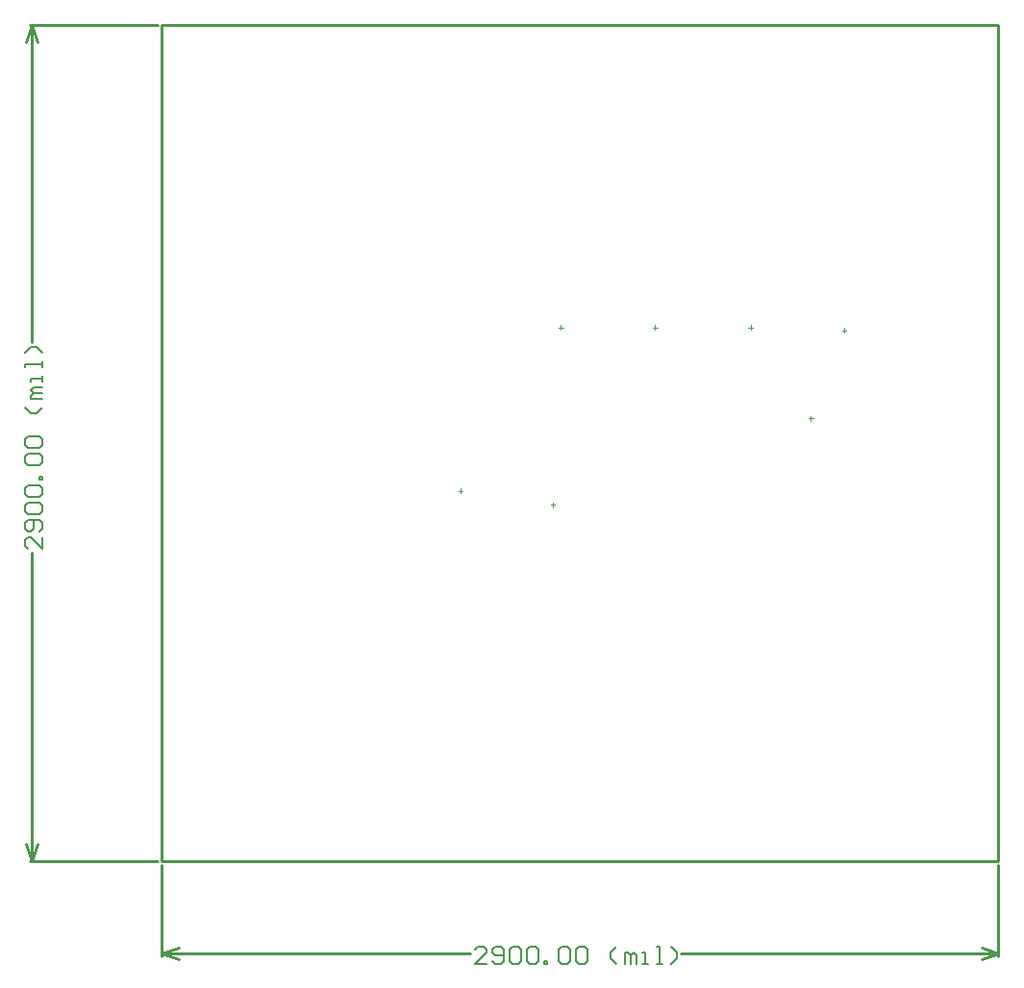
<source format=gko>
%FSLAX42Y42*%
%MOMM*%
G71*
G01*
G75*
G04 Layer_Color=16711935*
%ADD10R,1.40X1.10*%
%ADD11R,1.10X1.70*%
%ADD12R,1.80X1.30*%
%ADD13R,2.30X2.30*%
%ADD14R,2.10X1.40*%
%ADD15R,3.30X2.40*%
%ADD16R,2.55X1.85*%
%ADD17R,1.35X2.15*%
%ADD18R,1.10X1.40*%
%ADD19O,0.70X2.60*%
%ADD20C,1.27*%
%ADD21C,0.76*%
%ADD22C,1.14*%
%ADD23C,1.02*%
%ADD24C,0.89*%
%ADD25C,0.51*%
%ADD26C,0.64*%
%ADD27C,0.38*%
%ADD28C,0.25*%
%ADD29C,0.10*%
%ADD30C,0.15*%
%ADD31C,1.52*%
%ADD32C,2.97*%
%ADD33R,2.97X2.97*%
%ADD34R,1.50X1.50*%
%ADD35C,1.50*%
%ADD36C,3.23*%
%ADD37C,5.08*%
%ADD38C,1.27*%
%ADD39C,0.20*%
%ADD40C,0.60*%
%ADD41C,0.25*%
%ADD42C,0.13*%
%ADD43C,0.15*%
%ADD44R,1.65X1.35*%
%ADD45R,1.35X1.95*%
%ADD46R,2.05X1.55*%
%ADD47R,2.55X2.55*%
%ADD48R,2.35X1.65*%
%ADD49R,3.55X2.65*%
%ADD50R,2.80X2.10*%
%ADD51R,1.60X2.40*%
%ADD52R,1.35X1.65*%
%ADD53O,0.95X2.85*%
%ADD54C,1.78*%
%ADD55C,3.23*%
%ADD56R,3.23X3.23*%
%ADD57R,1.75X1.75*%
%ADD58C,1.75*%
%ADD59C,3.48*%
%ADD60C,5.33*%
D28*
X5207Y7747D02*
Y15113D01*
X12573D01*
Y7747D02*
Y15113D01*
X5207Y7747D02*
X12573D01*
X4039Y15113D02*
X5169D01*
X4039Y7747D02*
X5169D01*
X4064Y12319D02*
Y15113D01*
Y7747D02*
Y10460D01*
X4013Y14961D02*
X4064Y15113D01*
X4115Y14961D01*
X4064Y7747D02*
X4115Y7899D01*
X4013D02*
X4064Y7747D01*
X12573Y6909D02*
Y7709D01*
X5207Y6909D02*
Y7709D01*
X9779Y6934D02*
X12573D01*
X5207D02*
X7920D01*
X12421Y6985D02*
X12573Y6934D01*
X12421Y6883D02*
X12573Y6934D01*
X5207D02*
X5359Y6883D01*
X5207Y6934D02*
X5359Y6985D01*
D29*
X9530Y12446D02*
X9570D01*
X9550Y12426D02*
Y12466D01*
X11194Y12421D02*
X11234D01*
X11214Y12401D02*
Y12441D01*
X8700Y12446D02*
X8740D01*
X8720Y12426D02*
Y12466D01*
X10369Y12446D02*
X10409D01*
X10389Y12426D02*
Y12466D01*
X7816Y11007D02*
X7856D01*
X7836Y10987D02*
Y11027D01*
X10922Y11626D02*
Y11666D01*
X10902Y11646D02*
X10942D01*
X8649Y10864D02*
Y10904D01*
X8629Y10884D02*
X8669D01*
D30*
X4155Y10602D02*
Y10501D01*
X4054Y10602D01*
X4028D01*
X4003Y10577D01*
Y10526D01*
X4028Y10501D01*
X4130Y10653D02*
X4155Y10678D01*
Y10729D01*
X4130Y10755D01*
X4028D01*
X4003Y10729D01*
Y10678D01*
X4028Y10653D01*
X4054D01*
X4079Y10678D01*
Y10755D01*
X4028Y10805D02*
X4003Y10831D01*
Y10882D01*
X4028Y10907D01*
X4130D01*
X4155Y10882D01*
Y10831D01*
X4130Y10805D01*
X4028D01*
Y10958D02*
X4003Y10983D01*
Y11034D01*
X4028Y11059D01*
X4130D01*
X4155Y11034D01*
Y10983D01*
X4130Y10958D01*
X4028D01*
X4155Y11110D02*
X4130D01*
Y11135D01*
X4155D01*
Y11110D01*
X4028Y11237D02*
X4003Y11262D01*
Y11313D01*
X4028Y11339D01*
X4130D01*
X4155Y11313D01*
Y11262D01*
X4130Y11237D01*
X4028D01*
Y11389D02*
X4003Y11415D01*
Y11466D01*
X4028Y11491D01*
X4130D01*
X4155Y11466D01*
Y11415D01*
X4130Y11389D01*
X4028D01*
X4155Y11745D02*
X4105Y11694D01*
X4054D01*
X4003Y11745D01*
X4155Y11821D02*
X4054D01*
Y11846D01*
X4079Y11872D01*
X4155D01*
X4079D01*
X4054Y11897D01*
X4079Y11923D01*
X4155D01*
Y11973D02*
Y12024D01*
Y11999D01*
X4054D01*
Y11973D01*
X4155Y12100D02*
Y12151D01*
Y12126D01*
X4003D01*
Y12100D01*
X4155Y12227D02*
X4105Y12278D01*
X4054D01*
X4003Y12227D01*
X8062Y6843D02*
X7961D01*
X8062Y6944D01*
Y6970D01*
X8037Y6995D01*
X7986D01*
X7961Y6970D01*
X8113Y6868D02*
X8138Y6843D01*
X8189D01*
X8215Y6868D01*
Y6970D01*
X8189Y6995D01*
X8138D01*
X8113Y6970D01*
Y6944D01*
X8138Y6919D01*
X8215D01*
X8265Y6970D02*
X8291Y6995D01*
X8342D01*
X8367Y6970D01*
Y6868D01*
X8342Y6843D01*
X8291D01*
X8265Y6868D01*
Y6970D01*
X8418D02*
X8443Y6995D01*
X8494D01*
X8519Y6970D01*
Y6868D01*
X8494Y6843D01*
X8443D01*
X8418Y6868D01*
Y6970D01*
X8570Y6843D02*
Y6868D01*
X8595D01*
Y6843D01*
X8570D01*
X8697Y6970D02*
X8722Y6995D01*
X8773D01*
X8799Y6970D01*
Y6868D01*
X8773Y6843D01*
X8722D01*
X8697Y6868D01*
Y6970D01*
X8849D02*
X8875Y6995D01*
X8926D01*
X8951Y6970D01*
Y6868D01*
X8926Y6843D01*
X8875D01*
X8849Y6868D01*
Y6970D01*
X9205Y6843D02*
X9154Y6894D01*
Y6944D01*
X9205Y6995D01*
X9281Y6843D02*
Y6944D01*
X9306D01*
X9332Y6919D01*
Y6843D01*
Y6919D01*
X9357Y6944D01*
X9383Y6919D01*
Y6843D01*
X9433D02*
X9484D01*
X9459D01*
Y6944D01*
X9433D01*
X9560Y6843D02*
X9611D01*
X9586D01*
Y6995D01*
X9560D01*
X9687Y6843D02*
X9738Y6894D01*
Y6944D01*
X9687Y6995D01*
M02*

</source>
